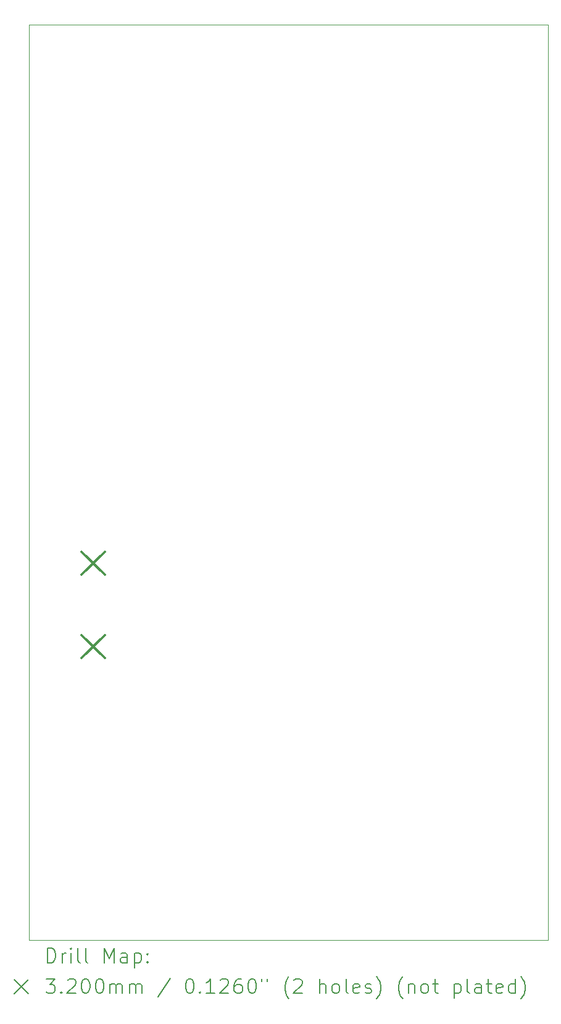
<source format=gbr>
%FSLAX45Y45*%
G04 Gerber Fmt 4.5, Leading zero omitted, Abs format (unit mm)*
G04 Created by KiCad (PCBNEW (6.0.5)) date 2023-06-10 16:46:20*
%MOMM*%
%LPD*%
G01*
G04 APERTURE LIST*
%TA.AperFunction,Profile*%
%ADD10C,0.050000*%
%TD*%
%ADD11C,0.200000*%
%ADD12C,0.320000*%
G04 APERTURE END LIST*
D10*
X13205800Y-7610400D02*
X20325000Y-7610400D01*
X20325000Y-7610400D02*
X20325000Y-20165000D01*
X20325000Y-20165000D02*
X13205800Y-20165000D01*
X13205800Y-20165000D02*
X13205800Y-7610400D01*
D11*
D12*
X13930000Y-14838000D02*
X14250000Y-15158000D01*
X14250000Y-14838000D02*
X13930000Y-15158000D01*
X13930000Y-15981000D02*
X14250000Y-16301000D01*
X14250000Y-15981000D02*
X13930000Y-16301000D01*
D11*
X13460919Y-20477976D02*
X13460919Y-20277976D01*
X13508538Y-20277976D01*
X13537109Y-20287500D01*
X13556157Y-20306548D01*
X13565681Y-20325595D01*
X13575205Y-20363690D01*
X13575205Y-20392262D01*
X13565681Y-20430357D01*
X13556157Y-20449405D01*
X13537109Y-20468452D01*
X13508538Y-20477976D01*
X13460919Y-20477976D01*
X13660919Y-20477976D02*
X13660919Y-20344643D01*
X13660919Y-20382738D02*
X13670443Y-20363690D01*
X13679967Y-20354167D01*
X13699014Y-20344643D01*
X13718062Y-20344643D01*
X13784728Y-20477976D02*
X13784728Y-20344643D01*
X13784728Y-20277976D02*
X13775205Y-20287500D01*
X13784728Y-20297024D01*
X13794252Y-20287500D01*
X13784728Y-20277976D01*
X13784728Y-20297024D01*
X13908538Y-20477976D02*
X13889490Y-20468452D01*
X13879967Y-20449405D01*
X13879967Y-20277976D01*
X14013300Y-20477976D02*
X13994252Y-20468452D01*
X13984728Y-20449405D01*
X13984728Y-20277976D01*
X14241871Y-20477976D02*
X14241871Y-20277976D01*
X14308538Y-20420833D01*
X14375205Y-20277976D01*
X14375205Y-20477976D01*
X14556157Y-20477976D02*
X14556157Y-20373214D01*
X14546633Y-20354167D01*
X14527586Y-20344643D01*
X14489490Y-20344643D01*
X14470443Y-20354167D01*
X14556157Y-20468452D02*
X14537109Y-20477976D01*
X14489490Y-20477976D01*
X14470443Y-20468452D01*
X14460919Y-20449405D01*
X14460919Y-20430357D01*
X14470443Y-20411310D01*
X14489490Y-20401786D01*
X14537109Y-20401786D01*
X14556157Y-20392262D01*
X14651395Y-20344643D02*
X14651395Y-20544643D01*
X14651395Y-20354167D02*
X14670443Y-20344643D01*
X14708538Y-20344643D01*
X14727586Y-20354167D01*
X14737109Y-20363690D01*
X14746633Y-20382738D01*
X14746633Y-20439881D01*
X14737109Y-20458929D01*
X14727586Y-20468452D01*
X14708538Y-20477976D01*
X14670443Y-20477976D01*
X14651395Y-20468452D01*
X14832348Y-20458929D02*
X14841871Y-20468452D01*
X14832348Y-20477976D01*
X14822824Y-20468452D01*
X14832348Y-20458929D01*
X14832348Y-20477976D01*
X14832348Y-20354167D02*
X14841871Y-20363690D01*
X14832348Y-20373214D01*
X14822824Y-20363690D01*
X14832348Y-20354167D01*
X14832348Y-20373214D01*
X13003300Y-20707500D02*
X13203300Y-20907500D01*
X13203300Y-20707500D02*
X13003300Y-20907500D01*
X13441871Y-20697976D02*
X13565681Y-20697976D01*
X13499014Y-20774167D01*
X13527586Y-20774167D01*
X13546633Y-20783690D01*
X13556157Y-20793214D01*
X13565681Y-20812262D01*
X13565681Y-20859881D01*
X13556157Y-20878929D01*
X13546633Y-20888452D01*
X13527586Y-20897976D01*
X13470443Y-20897976D01*
X13451395Y-20888452D01*
X13441871Y-20878929D01*
X13651395Y-20878929D02*
X13660919Y-20888452D01*
X13651395Y-20897976D01*
X13641871Y-20888452D01*
X13651395Y-20878929D01*
X13651395Y-20897976D01*
X13737109Y-20717024D02*
X13746633Y-20707500D01*
X13765681Y-20697976D01*
X13813300Y-20697976D01*
X13832348Y-20707500D01*
X13841871Y-20717024D01*
X13851395Y-20736071D01*
X13851395Y-20755119D01*
X13841871Y-20783690D01*
X13727586Y-20897976D01*
X13851395Y-20897976D01*
X13975205Y-20697976D02*
X13994252Y-20697976D01*
X14013300Y-20707500D01*
X14022824Y-20717024D01*
X14032348Y-20736071D01*
X14041871Y-20774167D01*
X14041871Y-20821786D01*
X14032348Y-20859881D01*
X14022824Y-20878929D01*
X14013300Y-20888452D01*
X13994252Y-20897976D01*
X13975205Y-20897976D01*
X13956157Y-20888452D01*
X13946633Y-20878929D01*
X13937109Y-20859881D01*
X13927586Y-20821786D01*
X13927586Y-20774167D01*
X13937109Y-20736071D01*
X13946633Y-20717024D01*
X13956157Y-20707500D01*
X13975205Y-20697976D01*
X14165681Y-20697976D02*
X14184728Y-20697976D01*
X14203776Y-20707500D01*
X14213300Y-20717024D01*
X14222824Y-20736071D01*
X14232348Y-20774167D01*
X14232348Y-20821786D01*
X14222824Y-20859881D01*
X14213300Y-20878929D01*
X14203776Y-20888452D01*
X14184728Y-20897976D01*
X14165681Y-20897976D01*
X14146633Y-20888452D01*
X14137109Y-20878929D01*
X14127586Y-20859881D01*
X14118062Y-20821786D01*
X14118062Y-20774167D01*
X14127586Y-20736071D01*
X14137109Y-20717024D01*
X14146633Y-20707500D01*
X14165681Y-20697976D01*
X14318062Y-20897976D02*
X14318062Y-20764643D01*
X14318062Y-20783690D02*
X14327586Y-20774167D01*
X14346633Y-20764643D01*
X14375205Y-20764643D01*
X14394252Y-20774167D01*
X14403776Y-20793214D01*
X14403776Y-20897976D01*
X14403776Y-20793214D02*
X14413300Y-20774167D01*
X14432348Y-20764643D01*
X14460919Y-20764643D01*
X14479967Y-20774167D01*
X14489490Y-20793214D01*
X14489490Y-20897976D01*
X14584728Y-20897976D02*
X14584728Y-20764643D01*
X14584728Y-20783690D02*
X14594252Y-20774167D01*
X14613300Y-20764643D01*
X14641871Y-20764643D01*
X14660919Y-20774167D01*
X14670443Y-20793214D01*
X14670443Y-20897976D01*
X14670443Y-20793214D02*
X14679967Y-20774167D01*
X14699014Y-20764643D01*
X14727586Y-20764643D01*
X14746633Y-20774167D01*
X14756157Y-20793214D01*
X14756157Y-20897976D01*
X15146633Y-20688452D02*
X14975205Y-20945595D01*
X15403776Y-20697976D02*
X15422824Y-20697976D01*
X15441871Y-20707500D01*
X15451395Y-20717024D01*
X15460919Y-20736071D01*
X15470443Y-20774167D01*
X15470443Y-20821786D01*
X15460919Y-20859881D01*
X15451395Y-20878929D01*
X15441871Y-20888452D01*
X15422824Y-20897976D01*
X15403776Y-20897976D01*
X15384728Y-20888452D01*
X15375205Y-20878929D01*
X15365681Y-20859881D01*
X15356157Y-20821786D01*
X15356157Y-20774167D01*
X15365681Y-20736071D01*
X15375205Y-20717024D01*
X15384728Y-20707500D01*
X15403776Y-20697976D01*
X15556157Y-20878929D02*
X15565681Y-20888452D01*
X15556157Y-20897976D01*
X15546633Y-20888452D01*
X15556157Y-20878929D01*
X15556157Y-20897976D01*
X15756157Y-20897976D02*
X15641871Y-20897976D01*
X15699014Y-20897976D02*
X15699014Y-20697976D01*
X15679967Y-20726548D01*
X15660919Y-20745595D01*
X15641871Y-20755119D01*
X15832348Y-20717024D02*
X15841871Y-20707500D01*
X15860919Y-20697976D01*
X15908538Y-20697976D01*
X15927586Y-20707500D01*
X15937109Y-20717024D01*
X15946633Y-20736071D01*
X15946633Y-20755119D01*
X15937109Y-20783690D01*
X15822824Y-20897976D01*
X15946633Y-20897976D01*
X16118062Y-20697976D02*
X16079967Y-20697976D01*
X16060919Y-20707500D01*
X16051395Y-20717024D01*
X16032348Y-20745595D01*
X16022824Y-20783690D01*
X16022824Y-20859881D01*
X16032348Y-20878929D01*
X16041871Y-20888452D01*
X16060919Y-20897976D01*
X16099014Y-20897976D01*
X16118062Y-20888452D01*
X16127586Y-20878929D01*
X16137109Y-20859881D01*
X16137109Y-20812262D01*
X16127586Y-20793214D01*
X16118062Y-20783690D01*
X16099014Y-20774167D01*
X16060919Y-20774167D01*
X16041871Y-20783690D01*
X16032348Y-20793214D01*
X16022824Y-20812262D01*
X16260919Y-20697976D02*
X16279967Y-20697976D01*
X16299014Y-20707500D01*
X16308538Y-20717024D01*
X16318062Y-20736071D01*
X16327586Y-20774167D01*
X16327586Y-20821786D01*
X16318062Y-20859881D01*
X16308538Y-20878929D01*
X16299014Y-20888452D01*
X16279967Y-20897976D01*
X16260919Y-20897976D01*
X16241871Y-20888452D01*
X16232348Y-20878929D01*
X16222824Y-20859881D01*
X16213300Y-20821786D01*
X16213300Y-20774167D01*
X16222824Y-20736071D01*
X16232348Y-20717024D01*
X16241871Y-20707500D01*
X16260919Y-20697976D01*
X16403776Y-20697976D02*
X16403776Y-20736071D01*
X16479967Y-20697976D02*
X16479967Y-20736071D01*
X16775205Y-20974167D02*
X16765681Y-20964643D01*
X16746633Y-20936071D01*
X16737109Y-20917024D01*
X16727586Y-20888452D01*
X16718062Y-20840833D01*
X16718062Y-20802738D01*
X16727586Y-20755119D01*
X16737109Y-20726548D01*
X16746633Y-20707500D01*
X16765681Y-20678929D01*
X16775205Y-20669405D01*
X16841871Y-20717024D02*
X16851395Y-20707500D01*
X16870443Y-20697976D01*
X16918062Y-20697976D01*
X16937110Y-20707500D01*
X16946633Y-20717024D01*
X16956157Y-20736071D01*
X16956157Y-20755119D01*
X16946633Y-20783690D01*
X16832348Y-20897976D01*
X16956157Y-20897976D01*
X17194252Y-20897976D02*
X17194252Y-20697976D01*
X17279967Y-20897976D02*
X17279967Y-20793214D01*
X17270443Y-20774167D01*
X17251395Y-20764643D01*
X17222824Y-20764643D01*
X17203776Y-20774167D01*
X17194252Y-20783690D01*
X17403776Y-20897976D02*
X17384729Y-20888452D01*
X17375205Y-20878929D01*
X17365681Y-20859881D01*
X17365681Y-20802738D01*
X17375205Y-20783690D01*
X17384729Y-20774167D01*
X17403776Y-20764643D01*
X17432348Y-20764643D01*
X17451395Y-20774167D01*
X17460919Y-20783690D01*
X17470443Y-20802738D01*
X17470443Y-20859881D01*
X17460919Y-20878929D01*
X17451395Y-20888452D01*
X17432348Y-20897976D01*
X17403776Y-20897976D01*
X17584729Y-20897976D02*
X17565681Y-20888452D01*
X17556157Y-20869405D01*
X17556157Y-20697976D01*
X17737110Y-20888452D02*
X17718062Y-20897976D01*
X17679967Y-20897976D01*
X17660919Y-20888452D01*
X17651395Y-20869405D01*
X17651395Y-20793214D01*
X17660919Y-20774167D01*
X17679967Y-20764643D01*
X17718062Y-20764643D01*
X17737110Y-20774167D01*
X17746633Y-20793214D01*
X17746633Y-20812262D01*
X17651395Y-20831310D01*
X17822824Y-20888452D02*
X17841871Y-20897976D01*
X17879967Y-20897976D01*
X17899014Y-20888452D01*
X17908538Y-20869405D01*
X17908538Y-20859881D01*
X17899014Y-20840833D01*
X17879967Y-20831310D01*
X17851395Y-20831310D01*
X17832348Y-20821786D01*
X17822824Y-20802738D01*
X17822824Y-20793214D01*
X17832348Y-20774167D01*
X17851395Y-20764643D01*
X17879967Y-20764643D01*
X17899014Y-20774167D01*
X17975205Y-20974167D02*
X17984729Y-20964643D01*
X18003776Y-20936071D01*
X18013300Y-20917024D01*
X18022824Y-20888452D01*
X18032348Y-20840833D01*
X18032348Y-20802738D01*
X18022824Y-20755119D01*
X18013300Y-20726548D01*
X18003776Y-20707500D01*
X17984729Y-20678929D01*
X17975205Y-20669405D01*
X18337110Y-20974167D02*
X18327586Y-20964643D01*
X18308538Y-20936071D01*
X18299014Y-20917024D01*
X18289490Y-20888452D01*
X18279967Y-20840833D01*
X18279967Y-20802738D01*
X18289490Y-20755119D01*
X18299014Y-20726548D01*
X18308538Y-20707500D01*
X18327586Y-20678929D01*
X18337110Y-20669405D01*
X18413300Y-20764643D02*
X18413300Y-20897976D01*
X18413300Y-20783690D02*
X18422824Y-20774167D01*
X18441871Y-20764643D01*
X18470443Y-20764643D01*
X18489490Y-20774167D01*
X18499014Y-20793214D01*
X18499014Y-20897976D01*
X18622824Y-20897976D02*
X18603776Y-20888452D01*
X18594252Y-20878929D01*
X18584729Y-20859881D01*
X18584729Y-20802738D01*
X18594252Y-20783690D01*
X18603776Y-20774167D01*
X18622824Y-20764643D01*
X18651395Y-20764643D01*
X18670443Y-20774167D01*
X18679967Y-20783690D01*
X18689490Y-20802738D01*
X18689490Y-20859881D01*
X18679967Y-20878929D01*
X18670443Y-20888452D01*
X18651395Y-20897976D01*
X18622824Y-20897976D01*
X18746633Y-20764643D02*
X18822824Y-20764643D01*
X18775205Y-20697976D02*
X18775205Y-20869405D01*
X18784729Y-20888452D01*
X18803776Y-20897976D01*
X18822824Y-20897976D01*
X19041871Y-20764643D02*
X19041871Y-20964643D01*
X19041871Y-20774167D02*
X19060919Y-20764643D01*
X19099014Y-20764643D01*
X19118062Y-20774167D01*
X19127586Y-20783690D01*
X19137110Y-20802738D01*
X19137110Y-20859881D01*
X19127586Y-20878929D01*
X19118062Y-20888452D01*
X19099014Y-20897976D01*
X19060919Y-20897976D01*
X19041871Y-20888452D01*
X19251395Y-20897976D02*
X19232348Y-20888452D01*
X19222824Y-20869405D01*
X19222824Y-20697976D01*
X19413300Y-20897976D02*
X19413300Y-20793214D01*
X19403776Y-20774167D01*
X19384729Y-20764643D01*
X19346633Y-20764643D01*
X19327586Y-20774167D01*
X19413300Y-20888452D02*
X19394252Y-20897976D01*
X19346633Y-20897976D01*
X19327586Y-20888452D01*
X19318062Y-20869405D01*
X19318062Y-20850357D01*
X19327586Y-20831310D01*
X19346633Y-20821786D01*
X19394252Y-20821786D01*
X19413300Y-20812262D01*
X19479967Y-20764643D02*
X19556157Y-20764643D01*
X19508538Y-20697976D02*
X19508538Y-20869405D01*
X19518062Y-20888452D01*
X19537110Y-20897976D01*
X19556157Y-20897976D01*
X19699014Y-20888452D02*
X19679967Y-20897976D01*
X19641871Y-20897976D01*
X19622824Y-20888452D01*
X19613300Y-20869405D01*
X19613300Y-20793214D01*
X19622824Y-20774167D01*
X19641871Y-20764643D01*
X19679967Y-20764643D01*
X19699014Y-20774167D01*
X19708538Y-20793214D01*
X19708538Y-20812262D01*
X19613300Y-20831310D01*
X19879967Y-20897976D02*
X19879967Y-20697976D01*
X19879967Y-20888452D02*
X19860919Y-20897976D01*
X19822824Y-20897976D01*
X19803776Y-20888452D01*
X19794252Y-20878929D01*
X19784729Y-20859881D01*
X19784729Y-20802738D01*
X19794252Y-20783690D01*
X19803776Y-20774167D01*
X19822824Y-20764643D01*
X19860919Y-20764643D01*
X19879967Y-20774167D01*
X19956157Y-20974167D02*
X19965681Y-20964643D01*
X19984729Y-20936071D01*
X19994252Y-20917024D01*
X20003776Y-20888452D01*
X20013300Y-20840833D01*
X20013300Y-20802738D01*
X20003776Y-20755119D01*
X19994252Y-20726548D01*
X19984729Y-20707500D01*
X19965681Y-20678929D01*
X19956157Y-20669405D01*
M02*

</source>
